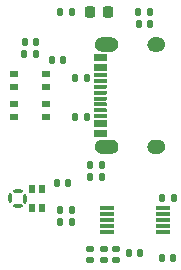
<source format=gbr>
%TF.GenerationSoftware,KiCad,Pcbnew,8.0.4*%
%TF.CreationDate,2024-12-20T20:39:33-05:00*%
%TF.ProjectId,SurroundSensePCB,53757272-6f75-46e6-9453-656e73655043,rev?*%
%TF.SameCoordinates,Original*%
%TF.FileFunction,Paste,Bot*%
%TF.FilePolarity,Positive*%
%FSLAX46Y46*%
G04 Gerber Fmt 4.6, Leading zero omitted, Abs format (unit mm)*
G04 Created by KiCad (PCBNEW 8.0.4) date 2024-12-20 20:39:33*
%MOMM*%
%LPD*%
G01*
G04 APERTURE LIST*
G04 Aperture macros list*
%AMRoundRect*
0 Rectangle with rounded corners*
0 $1 Rounding radius*
0 $2 $3 $4 $5 $6 $7 $8 $9 X,Y pos of 4 corners*
0 Add a 4 corners polygon primitive as box body*
4,1,4,$2,$3,$4,$5,$6,$7,$8,$9,$2,$3,0*
0 Add four circle primitives for the rounded corners*
1,1,$1+$1,$2,$3*
1,1,$1+$1,$4,$5*
1,1,$1+$1,$6,$7*
1,1,$1+$1,$8,$9*
0 Add four rect primitives between the rounded corners*
20,1,$1+$1,$2,$3,$4,$5,0*
20,1,$1+$1,$4,$5,$6,$7,0*
20,1,$1+$1,$6,$7,$8,$9,0*
20,1,$1+$1,$8,$9,$2,$3,0*%
%AMFreePoly0*
4,1,46,0.210000,0.267000,0.193500,0.240000,0.179000,0.211500,0.166000,0.182000,0.155000,0.152000,0.146000,0.121500,0.138500,0.090000,0.133500,0.058500,0.130500,0.027000,0.129500,-0.005000,0.130500,-0.037000,0.133500,-0.069000,0.138500,-0.100500,0.146000,-0.132000,0.155000,-0.162500,0.166000,-0.192500,0.179000,-0.222000,0.193500,-0.250000,0.210000,-0.277500,-0.005000,-0.492500,
-0.029500,-0.458500,-0.052500,-0.423500,-0.073500,-0.387000,-0.092500,-0.350000,-0.109500,-0.311500,-0.124500,-0.272500,-0.137500,-0.232500,-0.148500,-0.192000,-0.157000,-0.151000,-0.163500,-0.109500,-0.168000,-0.068000,-0.170000,-0.026000,-0.170000,0.015500,-0.168000,0.057500,-0.163500,0.099000,-0.157000,0.140500,-0.148500,0.181500,-0.137500,0.222000,-0.124500,0.262000,-0.109500,0.301000,
-0.092500,0.339500,-0.073500,0.376500,-0.052500,0.413000,-0.029500,0.448000,-0.005000,0.482000,0.210000,0.267000,0.210000,0.267000,$1*%
%AMFreePoly1*
4,1,47,0.492000,-0.005000,0.458500,-0.030000,0.423000,-0.052500,0.387000,-0.073500,0.349500,-0.092500,0.311500,-0.109500,0.272000,-0.124500,0.232500,-0.137500,0.192000,-0.148500,0.151000,-0.157000,0.109500,-0.164000,0.068000,-0.168000,0.026000,-0.170500,-0.016000,-0.170500,-0.058000,-0.168000,-0.099500,-0.164000,-0.141000,-0.157000,-0.182000,-0.148500,-0.222500,-0.137500,-0.262000,-0.124500,
-0.301500,-0.109500,-0.339500,-0.092500,-0.377000,-0.073500,-0.413000,-0.052500,-0.448500,-0.030000,-0.482000,-0.005000,-0.482500,-0.005000,-0.267500,0.210000,-0.240000,0.193500,-0.211500,0.178500,-0.182500,0.165500,-0.152500,0.154500,-0.121500,0.145500,-0.090500,0.138500,-0.059000,0.133500,-0.027000,0.130500,0.005000,0.129500,0.037000,0.130500,0.069000,0.133500,0.100500,0.138500,
0.131500,0.145500,0.162000,0.154500,0.192500,0.165500,0.221500,0.178500,0.250000,0.193500,0.277500,0.210000,0.492000,-0.005000,0.492000,-0.005000,$1*%
%AMFreePoly2*
4,1,46,0.058000,0.168500,0.099500,0.164000,0.141000,0.157500,0.182000,0.148500,0.222500,0.137500,0.262000,0.125000,0.301000,0.109500,0.339500,0.092500,0.377000,0.073500,0.413000,0.052500,0.448500,0.030000,0.482000,0.005000,0.267500,-0.210000,0.240000,-0.193500,0.211500,-0.178500,0.182500,-0.165500,0.152000,-0.154500,0.121500,-0.145500,0.090500,-0.138500,0.059000,-0.133500,
0.027000,-0.130500,-0.005000,-0.129000,-0.037000,-0.130500,-0.069000,-0.133500,-0.100500,-0.138500,-0.131500,-0.145500,-0.162500,-0.154500,-0.192500,-0.165500,-0.221500,-0.178500,-0.250000,-0.193500,-0.277500,-0.210000,-0.492500,0.005000,-0.458500,0.030000,-0.423000,0.052500,-0.387000,0.073500,-0.349500,0.092500,-0.311500,0.109500,-0.272000,0.125000,-0.232500,0.137500,-0.192000,0.148500,
-0.151000,0.157500,-0.109500,0.164000,-0.068000,0.168500,-0.026000,0.170500,0.016000,0.170500,0.058000,0.168500,0.058000,0.168500,$1*%
%AMFreePoly3*
4,1,47,0.029500,0.458500,0.052500,0.423500,0.073500,0.387000,0.092500,0.349500,0.109500,0.311500,0.124500,0.272500,0.137500,0.232500,0.148500,0.192000,0.157000,0.151000,0.163500,0.109500,0.168000,0.068000,0.170000,0.026000,0.170000,-0.016000,0.168000,-0.057500,0.163500,-0.099500,0.157000,-0.141000,0.148500,-0.181500,0.137500,-0.222000,0.124500,-0.262000,0.109500,-0.301000,
0.092500,-0.339500,0.073500,-0.377000,0.052500,-0.413000,0.029500,-0.448000,0.005000,-0.482000,-0.210000,-0.267500,-0.193500,-0.240000,-0.179000,-0.211500,-0.166000,-0.182000,-0.155000,-0.152000,-0.146000,-0.121500,-0.138500,-0.090500,-0.133500,-0.059000,-0.130500,-0.027000,-0.129500,0.005000,-0.130500,0.037000,-0.133500,0.069000,-0.138500,0.100500,-0.146000,0.131500,-0.155000,0.162500,
-0.166000,0.192500,-0.179000,0.221500,-0.193500,0.250000,-0.210000,0.277500,0.004500,0.492500,0.005000,0.492500,0.029500,0.458500,0.029500,0.458500,$1*%
G04 Aperture macros list end*
%ADD10C,0.000000*%
%ADD11RoundRect,0.140000X-0.140000X-0.170000X0.140000X-0.170000X0.140000X0.170000X-0.140000X0.170000X0*%
%ADD12RoundRect,0.135000X0.135000X0.185000X-0.135000X0.185000X-0.135000X-0.185000X0.135000X-0.185000X0*%
%ADD13RoundRect,0.135000X-0.135000X-0.185000X0.135000X-0.185000X0.135000X0.185000X-0.135000X0.185000X0*%
%ADD14RoundRect,0.140000X0.170000X-0.140000X0.170000X0.140000X-0.170000X0.140000X-0.170000X-0.140000X0*%
%ADD15RoundRect,0.140000X0.140000X0.170000X-0.140000X0.170000X-0.140000X-0.170000X0.140000X-0.170000X0*%
%ADD16R,1.300000X0.300000*%
%ADD17R,1.100000X0.550000*%
%ADD18R,1.100000X0.300000*%
%ADD19R,0.700000X0.600000*%
%ADD20RoundRect,0.218750X0.218750X0.256250X-0.218750X0.256250X-0.218750X-0.256250X0.218750X-0.256250X0*%
%ADD21R,0.522000X0.725000*%
%ADD22FreePoly0,90.000000*%
%ADD23FreePoly1,90.000000*%
%ADD24FreePoly2,90.000000*%
%ADD25FreePoly3,90.000000*%
G04 APERTURE END LIST*
D10*
%TO.C,USB1*%
G36*
X137294500Y-83460000D02*
G01*
X136194500Y-83460000D01*
X136194500Y-82860000D01*
X137294500Y-82860000D01*
X137294500Y-83460000D01*
G37*
G36*
X137294500Y-84260000D02*
G01*
X136194500Y-84260000D01*
X136194500Y-83660000D01*
X137294500Y-83660000D01*
X137294500Y-84260000D01*
G37*
G36*
X137294500Y-88260000D02*
G01*
X136194500Y-88260000D01*
X136194500Y-87960000D01*
X137294500Y-87960000D01*
X137294500Y-88260000D01*
G37*
G36*
X137294500Y-89060000D02*
G01*
X136194500Y-89060000D01*
X136194500Y-88460000D01*
X137294500Y-88460000D01*
X137294500Y-89060000D01*
G37*
G36*
X137294500Y-84760000D02*
G01*
X136194500Y-84760000D01*
X136194500Y-84460000D01*
X137294500Y-84460000D01*
X137294500Y-84760000D01*
G37*
G36*
X137294500Y-85260000D02*
G01*
X136194500Y-85260000D01*
X136194500Y-84960000D01*
X137294500Y-84960000D01*
X137294500Y-85260000D01*
G37*
G36*
X137294500Y-85760000D02*
G01*
X136194500Y-85760000D01*
X136194500Y-85460000D01*
X137294500Y-85460000D01*
X137294500Y-85760000D01*
G37*
G36*
X137294500Y-86260000D02*
G01*
X136194500Y-86260000D01*
X136194500Y-85960000D01*
X137294500Y-85960000D01*
X137294500Y-86260000D01*
G37*
G36*
X137294500Y-86760000D02*
G01*
X136194500Y-86760000D01*
X136194500Y-86460000D01*
X137294500Y-86460000D01*
X137294500Y-86760000D01*
G37*
G36*
X137294500Y-87260000D02*
G01*
X136194500Y-87260000D01*
X136194500Y-86960000D01*
X137294500Y-86960000D01*
X137294500Y-87260000D01*
G37*
G36*
X137294500Y-87760000D02*
G01*
X136194500Y-87760000D01*
X136194500Y-87460000D01*
X137294500Y-87460000D01*
X137294500Y-87760000D01*
G37*
G36*
X137294500Y-89860000D02*
G01*
X136194500Y-89860000D01*
X136194500Y-89260000D01*
X137294500Y-89260000D01*
X137294500Y-89860000D01*
G37*
G36*
X137724500Y-81436000D02*
G01*
X137754000Y-81438000D01*
X137784000Y-81441500D01*
X137813500Y-81447000D01*
X137842500Y-81453500D01*
X137871000Y-81461500D01*
X137899500Y-81471000D01*
X137927500Y-81482000D01*
X137954500Y-81494500D01*
X137981500Y-81508000D01*
X138007000Y-81523000D01*
X138032500Y-81539500D01*
X138056500Y-81556500D01*
X138080000Y-81575500D01*
X138102500Y-81595000D01*
X138124000Y-81616000D01*
X138144000Y-81638000D01*
X138163500Y-81661000D01*
X138181500Y-81685000D01*
X138198500Y-81709500D01*
X138214000Y-81735000D01*
X138228500Y-81761500D01*
X138241500Y-81788500D01*
X138253000Y-81816000D01*
X138263000Y-81844000D01*
X138272000Y-81872500D01*
X138279500Y-81901500D01*
X138285500Y-81931000D01*
X138289500Y-81960500D01*
X138292500Y-81990000D01*
X138294000Y-82020000D01*
X138294000Y-82050000D01*
X138292500Y-82080000D01*
X138289500Y-82109500D01*
X138285500Y-82139000D01*
X138279500Y-82168500D01*
X138272000Y-82197500D01*
X138263000Y-82226000D01*
X138253000Y-82254000D01*
X138241500Y-82282000D01*
X138228500Y-82309000D01*
X138214000Y-82335000D01*
X138198500Y-82360500D01*
X138181500Y-82385500D01*
X138163500Y-82409000D01*
X138144000Y-82432000D01*
X138124000Y-82454000D01*
X138102500Y-82475000D01*
X138080000Y-82494500D01*
X138056500Y-82513500D01*
X138032500Y-82530500D01*
X138007000Y-82547000D01*
X137981500Y-82562000D01*
X137954500Y-82575500D01*
X137927500Y-82588000D01*
X137899500Y-82599000D01*
X137871000Y-82608500D01*
X137842500Y-82616500D01*
X137813500Y-82623000D01*
X137784000Y-82628500D01*
X137754000Y-82632000D01*
X137724500Y-82634500D01*
X137694500Y-82635000D01*
X136894500Y-82635000D01*
X136864500Y-82634500D01*
X136834500Y-82632000D01*
X136805000Y-82628500D01*
X136775500Y-82623000D01*
X136746500Y-82616500D01*
X136717500Y-82608500D01*
X136689000Y-82599000D01*
X136661500Y-82588000D01*
X136634000Y-82575500D01*
X136607500Y-82562000D01*
X136581500Y-82547000D01*
X136556500Y-82530500D01*
X136532000Y-82513500D01*
X136508500Y-82494500D01*
X136486500Y-82475000D01*
X136465000Y-82454000D01*
X136444500Y-82432000D01*
X136425500Y-82409000D01*
X136407000Y-82385500D01*
X136390500Y-82360500D01*
X136375000Y-82335000D01*
X136360500Y-82309000D01*
X136347500Y-82282000D01*
X136336000Y-82254000D01*
X136325500Y-82226000D01*
X136317000Y-82197500D01*
X136309500Y-82168500D01*
X136303500Y-82139000D01*
X136299000Y-82109500D01*
X136296000Y-82080000D01*
X136294500Y-82050000D01*
X136294500Y-82020000D01*
X136296000Y-81990000D01*
X136299000Y-81960500D01*
X136303500Y-81931000D01*
X136309500Y-81901500D01*
X136317000Y-81872500D01*
X136325500Y-81844000D01*
X136336000Y-81816000D01*
X136347500Y-81788500D01*
X136360500Y-81761500D01*
X136375000Y-81735000D01*
X136390500Y-81709500D01*
X136407000Y-81685000D01*
X136425500Y-81661000D01*
X136444500Y-81638000D01*
X136465000Y-81616000D01*
X136486500Y-81595000D01*
X136508500Y-81575500D01*
X136532000Y-81556500D01*
X136556500Y-81539500D01*
X136581500Y-81523000D01*
X136607500Y-81508000D01*
X136634000Y-81494500D01*
X136661500Y-81482000D01*
X136689000Y-81471000D01*
X136717500Y-81461500D01*
X136746500Y-81453500D01*
X136775500Y-81447000D01*
X136805000Y-81441500D01*
X136834500Y-81438000D01*
X136864500Y-81436000D01*
X136894500Y-81435000D01*
X137694500Y-81435000D01*
X137724500Y-81436000D01*
G37*
G36*
X137724500Y-90085500D02*
G01*
X137754000Y-90088000D01*
X137784000Y-90091500D01*
X137813500Y-90097000D01*
X137842500Y-90103500D01*
X137871000Y-90111500D01*
X137899500Y-90121000D01*
X137927500Y-90132000D01*
X137954500Y-90144500D01*
X137981500Y-90158000D01*
X138007000Y-90173000D01*
X138032500Y-90189500D01*
X138056500Y-90206500D01*
X138080000Y-90225500D01*
X138102500Y-90245000D01*
X138124000Y-90266000D01*
X138144000Y-90288000D01*
X138163500Y-90311000D01*
X138181500Y-90334500D01*
X138198500Y-90359500D01*
X138214000Y-90385000D01*
X138228500Y-90411000D01*
X138241500Y-90438000D01*
X138253000Y-90466000D01*
X138263000Y-90494000D01*
X138272000Y-90522500D01*
X138279500Y-90551500D01*
X138285500Y-90581000D01*
X138289500Y-90610500D01*
X138292500Y-90640000D01*
X138294000Y-90670000D01*
X138294000Y-90700000D01*
X138292500Y-90730000D01*
X138289500Y-90759500D01*
X138285500Y-90789000D01*
X138279500Y-90818500D01*
X138272000Y-90847500D01*
X138263000Y-90876000D01*
X138253000Y-90904000D01*
X138241500Y-90931500D01*
X138228500Y-90958500D01*
X138214000Y-90985000D01*
X138198500Y-91010500D01*
X138181500Y-91035000D01*
X138163500Y-91059000D01*
X138144000Y-91082000D01*
X138124000Y-91104000D01*
X138102500Y-91125000D01*
X138080000Y-91144500D01*
X138056500Y-91163500D01*
X138032500Y-91180500D01*
X138007000Y-91197000D01*
X137981500Y-91212000D01*
X137954500Y-91225500D01*
X137927500Y-91238000D01*
X137899500Y-91249000D01*
X137871000Y-91258500D01*
X137842500Y-91266500D01*
X137813500Y-91273000D01*
X137784000Y-91278500D01*
X137754000Y-91282000D01*
X137724500Y-91284000D01*
X137694500Y-91285000D01*
X136894500Y-91285000D01*
X136864500Y-91284000D01*
X136834500Y-91282000D01*
X136805000Y-91278500D01*
X136775500Y-91273000D01*
X136746500Y-91266500D01*
X136717500Y-91258500D01*
X136689000Y-91249000D01*
X136661500Y-91238000D01*
X136634000Y-91225500D01*
X136607500Y-91212000D01*
X136581500Y-91197000D01*
X136556500Y-91180500D01*
X136532000Y-91163500D01*
X136508500Y-91144500D01*
X136486500Y-91125000D01*
X136465000Y-91104000D01*
X136444500Y-91082000D01*
X136425500Y-91059000D01*
X136407000Y-91035000D01*
X136390500Y-91010500D01*
X136375000Y-90985000D01*
X136360500Y-90958500D01*
X136347500Y-90931500D01*
X136336000Y-90904000D01*
X136325500Y-90876000D01*
X136317000Y-90847500D01*
X136309500Y-90818500D01*
X136303500Y-90789000D01*
X136299000Y-90759500D01*
X136296000Y-90730000D01*
X136294500Y-90700000D01*
X136294500Y-90670000D01*
X136296000Y-90640000D01*
X136299000Y-90610500D01*
X136303500Y-90581000D01*
X136309500Y-90551500D01*
X136317000Y-90522500D01*
X136325500Y-90494000D01*
X136336000Y-90466000D01*
X136347500Y-90438000D01*
X136360500Y-90411000D01*
X136375000Y-90385000D01*
X136390500Y-90359500D01*
X136407000Y-90334500D01*
X136425500Y-90311000D01*
X136444500Y-90288000D01*
X136465000Y-90266000D01*
X136486500Y-90245000D01*
X136508500Y-90225500D01*
X136532000Y-90206500D01*
X136556500Y-90189500D01*
X136581500Y-90173000D01*
X136607500Y-90158000D01*
X136634000Y-90144500D01*
X136661500Y-90132000D01*
X136689000Y-90121000D01*
X136717500Y-90111500D01*
X136746500Y-90103500D01*
X136775500Y-90097000D01*
X136805000Y-90091500D01*
X136834500Y-90088000D01*
X136864500Y-90085500D01*
X136894500Y-90085000D01*
X137694500Y-90085000D01*
X137724500Y-90085500D01*
G37*
G36*
X141674500Y-90085500D02*
G01*
X141704500Y-90088000D01*
X141734000Y-90091500D01*
X141763500Y-90097000D01*
X141792500Y-90103500D01*
X141821500Y-90111500D01*
X141849500Y-90121000D01*
X141877500Y-90132000D01*
X141905000Y-90144500D01*
X141931500Y-90158000D01*
X141957500Y-90173000D01*
X141982500Y-90189500D01*
X142007000Y-90206500D01*
X142030000Y-90225500D01*
X142052500Y-90245000D01*
X142074000Y-90266000D01*
X142094500Y-90288000D01*
X142113500Y-90311000D01*
X142131500Y-90334500D01*
X142148500Y-90359500D01*
X142164000Y-90385000D01*
X142178500Y-90411000D01*
X142191500Y-90438000D01*
X142203000Y-90466000D01*
X142213500Y-90494000D01*
X142222000Y-90522500D01*
X142229500Y-90551500D01*
X142235500Y-90581000D01*
X142240000Y-90610500D01*
X142243000Y-90640000D01*
X142244500Y-90670000D01*
X142244500Y-90700000D01*
X142243000Y-90730000D01*
X142240000Y-90759500D01*
X142235500Y-90789000D01*
X142229500Y-90818500D01*
X142222000Y-90847500D01*
X142213500Y-90876000D01*
X142203000Y-90904000D01*
X142191500Y-90931500D01*
X142178500Y-90958500D01*
X142164000Y-90985000D01*
X142148500Y-91010500D01*
X142131500Y-91035000D01*
X142113500Y-91059000D01*
X142094500Y-91082000D01*
X142074000Y-91104000D01*
X142052500Y-91125000D01*
X142030000Y-91144500D01*
X142007000Y-91163500D01*
X141982500Y-91180500D01*
X141957500Y-91197000D01*
X141931500Y-91212000D01*
X141905000Y-91225500D01*
X141877500Y-91238000D01*
X141849500Y-91249000D01*
X141821500Y-91258500D01*
X141792500Y-91266500D01*
X141763500Y-91273000D01*
X141734000Y-91278500D01*
X141704500Y-91282000D01*
X141674500Y-91284000D01*
X141644500Y-91285000D01*
X141344500Y-91285000D01*
X141314500Y-91284000D01*
X141285000Y-91282000D01*
X141255000Y-91278500D01*
X141225500Y-91273000D01*
X141196500Y-91266500D01*
X141167500Y-91258500D01*
X141139500Y-91249000D01*
X141111500Y-91238000D01*
X141084000Y-91225500D01*
X141057500Y-91212000D01*
X141031500Y-91197000D01*
X141006500Y-91180500D01*
X140982500Y-91163500D01*
X140959000Y-91144500D01*
X140936500Y-91125000D01*
X140915000Y-91104000D01*
X140894500Y-91082000D01*
X140875500Y-91059000D01*
X140857500Y-91035000D01*
X140840500Y-91010500D01*
X140825000Y-90985000D01*
X140810500Y-90958500D01*
X140797500Y-90931500D01*
X140786000Y-90904000D01*
X140776000Y-90876000D01*
X140767000Y-90847500D01*
X140759500Y-90818500D01*
X140753500Y-90789000D01*
X140749000Y-90759500D01*
X140746000Y-90730000D01*
X140744500Y-90700000D01*
X140744500Y-90670000D01*
X140746000Y-90640000D01*
X140749000Y-90610500D01*
X140753500Y-90581000D01*
X140759500Y-90551500D01*
X140767000Y-90522500D01*
X140776000Y-90494000D01*
X140786000Y-90466000D01*
X140797500Y-90438000D01*
X140810500Y-90411000D01*
X140825000Y-90385000D01*
X140840500Y-90359500D01*
X140857500Y-90334500D01*
X140875500Y-90311000D01*
X140894500Y-90288000D01*
X140915000Y-90266000D01*
X140936500Y-90245000D01*
X140959000Y-90225500D01*
X140982500Y-90206500D01*
X141006500Y-90189500D01*
X141031500Y-90173000D01*
X141057500Y-90158000D01*
X141084000Y-90144500D01*
X141111500Y-90132000D01*
X141139500Y-90121000D01*
X141167500Y-90111500D01*
X141196500Y-90103500D01*
X141225500Y-90097000D01*
X141255000Y-90091500D01*
X141285000Y-90088000D01*
X141314500Y-90085500D01*
X141344500Y-90085000D01*
X141644500Y-90085000D01*
X141674500Y-90085500D01*
G37*
G36*
X141674500Y-81436000D02*
G01*
X141704500Y-81438000D01*
X141734000Y-81441500D01*
X141763500Y-81447000D01*
X141792500Y-81453500D01*
X141821500Y-81461500D01*
X141849500Y-81471000D01*
X141877500Y-81482000D01*
X141905000Y-81494500D01*
X141931500Y-81508000D01*
X141957500Y-81523000D01*
X141982500Y-81539500D01*
X142007000Y-81556500D01*
X142030000Y-81575500D01*
X142052500Y-81595000D01*
X142074000Y-81616000D01*
X142094500Y-81638000D01*
X142113500Y-81661000D01*
X142131500Y-81685000D01*
X142148500Y-81709500D01*
X142164000Y-81735000D01*
X142178500Y-81761500D01*
X142191500Y-81788500D01*
X142203000Y-81816000D01*
X142213500Y-81844000D01*
X142222000Y-81872500D01*
X142229500Y-81901500D01*
X142235500Y-81931000D01*
X142240000Y-81960500D01*
X142243000Y-81990000D01*
X142244500Y-82020000D01*
X142244500Y-82050000D01*
X142243000Y-82080000D01*
X142240000Y-82109500D01*
X142235500Y-82139000D01*
X142229500Y-82168500D01*
X142222000Y-82197500D01*
X142213500Y-82226000D01*
X142203000Y-82254000D01*
X142191500Y-82282000D01*
X142178500Y-82309000D01*
X142164000Y-82335000D01*
X142148500Y-82360500D01*
X142131500Y-82385500D01*
X142113500Y-82409000D01*
X142094500Y-82432000D01*
X142074000Y-82454000D01*
X142052500Y-82475000D01*
X142030000Y-82494500D01*
X142007000Y-82513500D01*
X141982500Y-82530500D01*
X141957500Y-82547000D01*
X141931500Y-82562000D01*
X141905000Y-82575500D01*
X141877500Y-82588000D01*
X141849500Y-82599000D01*
X141821500Y-82608500D01*
X141792500Y-82616500D01*
X141763500Y-82623000D01*
X141734000Y-82628500D01*
X141704500Y-82632000D01*
X141674500Y-82634500D01*
X141644500Y-82635000D01*
X141344500Y-82635000D01*
X141314500Y-82634500D01*
X141285000Y-82632000D01*
X141255000Y-82628500D01*
X141225500Y-82623000D01*
X141196500Y-82616500D01*
X141167500Y-82608500D01*
X141139500Y-82599000D01*
X141111500Y-82588000D01*
X141084000Y-82575500D01*
X141057500Y-82562000D01*
X141031500Y-82547000D01*
X141006500Y-82530500D01*
X140982500Y-82513500D01*
X140959000Y-82494500D01*
X140936500Y-82475000D01*
X140915000Y-82454000D01*
X140894500Y-82432000D01*
X140875500Y-82409000D01*
X140857500Y-82385500D01*
X140840500Y-82360500D01*
X140825000Y-82335000D01*
X140810500Y-82309000D01*
X140797500Y-82282000D01*
X140786000Y-82254000D01*
X140776000Y-82226000D01*
X140767000Y-82197500D01*
X140759500Y-82168500D01*
X140753500Y-82139000D01*
X140749000Y-82109500D01*
X140746000Y-82080000D01*
X140744500Y-82050000D01*
X140744500Y-82020000D01*
X140746000Y-81990000D01*
X140749000Y-81960500D01*
X140753500Y-81931000D01*
X140759500Y-81901500D01*
X140767000Y-81872500D01*
X140776000Y-81844000D01*
X140786000Y-81816000D01*
X140797500Y-81788500D01*
X140810500Y-81761500D01*
X140825000Y-81735000D01*
X140840500Y-81709500D01*
X140857500Y-81685000D01*
X140875500Y-81661000D01*
X140894500Y-81638000D01*
X140915000Y-81616000D01*
X140936500Y-81595000D01*
X140959000Y-81575500D01*
X140982500Y-81556500D01*
X141006500Y-81539500D01*
X141031500Y-81523000D01*
X141057500Y-81508000D01*
X141084000Y-81494500D01*
X141111500Y-81482000D01*
X141139500Y-81471000D01*
X141167500Y-81461500D01*
X141196500Y-81453500D01*
X141225500Y-81447000D01*
X141255000Y-81441500D01*
X141285000Y-81438000D01*
X141314500Y-81436000D01*
X141344500Y-81435000D01*
X141644500Y-81435000D01*
X141674500Y-81436000D01*
G37*
%TD*%
D11*
%TO.C,C2*%
X130358000Y-81788000D03*
X131318000Y-81788000D03*
%TD*%
D12*
%TO.C,R3*%
X140970000Y-79248000D03*
X139950000Y-79248000D03*
%TD*%
D13*
%TO.C,R5*%
X135888000Y-93218000D03*
X136908000Y-93218000D03*
%TD*%
D14*
%TO.C,C6*%
X137036000Y-100302000D03*
X137036000Y-99342000D03*
%TD*%
D12*
%TO.C,R2*%
X135638000Y-84836000D03*
X134618000Y-84836000D03*
%TD*%
D15*
%TO.C,C12*%
X134338000Y-96012000D03*
X133378000Y-96012000D03*
%TD*%
%TO.C,C13*%
X134338000Y-97028000D03*
X133378000Y-97028000D03*
%TD*%
D13*
%TO.C,R4*%
X133346000Y-79248000D03*
X134366000Y-79248000D03*
%TD*%
D11*
%TO.C,C10*%
X141986000Y-100076000D03*
X142946000Y-100076000D03*
%TD*%
D16*
%TO.C,U2*%
X137350000Y-97901000D03*
X137350000Y-97401000D03*
X137350000Y-96901000D03*
X137350000Y-96401000D03*
X137350000Y-95901000D03*
X142050000Y-95901000D03*
X142050000Y-96401000D03*
X142050000Y-96901000D03*
X142050000Y-97401000D03*
X142050000Y-97901000D03*
%TD*%
D17*
%TO.C,USB1*%
X136744500Y-83160000D03*
X136744500Y-83960000D03*
D18*
X136744500Y-84610000D03*
X136744500Y-85110000D03*
X136744500Y-85610000D03*
X136744500Y-86110000D03*
X136744500Y-86610000D03*
X136744500Y-87110000D03*
X136744500Y-87610000D03*
X136744500Y-88110000D03*
D17*
X136744500Y-88760000D03*
X136744500Y-89560000D03*
%TD*%
D12*
%TO.C,R1*%
X135636000Y-88138000D03*
X134616000Y-88138000D03*
%TD*%
D11*
%TO.C,C9*%
X133096000Y-93726000D03*
X134056000Y-93726000D03*
%TD*%
%TO.C,C1*%
X130330000Y-82804000D03*
X131290000Y-82804000D03*
%TD*%
D19*
%TO.C,SW1*%
X129420000Y-85653000D03*
X132200000Y-85653000D03*
X129420000Y-84527000D03*
X132200000Y-84527000D03*
%TD*%
D15*
%TO.C,C8*%
X140152000Y-99695000D03*
X139192000Y-99695000D03*
%TD*%
D14*
%TO.C,C5*%
X135890000Y-100302000D03*
X135890000Y-99342000D03*
%TD*%
D15*
%TO.C,C11*%
X142974000Y-94996000D03*
X142014000Y-94996000D03*
%TD*%
D19*
%TO.C,SW2*%
X132200000Y-87067000D03*
X129420000Y-87067000D03*
X132200000Y-88193000D03*
X129420000Y-88193000D03*
%TD*%
D15*
%TO.C,C3*%
X133604000Y-83312000D03*
X132644000Y-83312000D03*
%TD*%
D14*
%TO.C,C7*%
X138052000Y-100302000D03*
X138052000Y-99342000D03*
%TD*%
D20*
%TO.C,D1*%
X137439500Y-79248000D03*
X135864500Y-79248000D03*
%TD*%
D11*
%TO.C,C4*%
X140010000Y-80264000D03*
X140970000Y-80264000D03*
%TD*%
D13*
%TO.C,R6*%
X135888000Y-92202000D03*
X136908000Y-92202000D03*
%TD*%
D21*
%TO.C,MIC1*%
X131826000Y-95910000D03*
X131004000Y-95910000D03*
D22*
X129747000Y-95701500D03*
D23*
X130381500Y-95077000D03*
D24*
X129123000Y-95067000D03*
D25*
X129757500Y-94442500D03*
D21*
X131004000Y-94234000D03*
X131826000Y-94234000D03*
%TD*%
M02*

</source>
